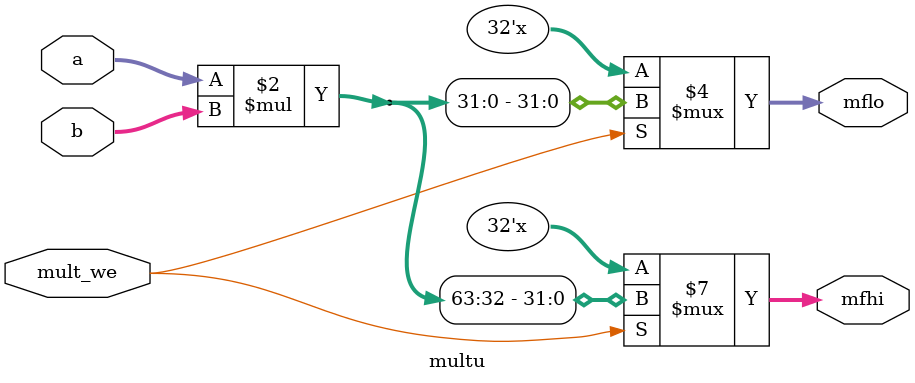
<source format=v>
module multu(
        input      [31:0] a,
        input      [31:0] b,
        input      mult_we,
        output reg [31:0] mfhi,
        output reg [31:0] mflo
    );
    
    reg [63:0] result;
    
    always @ (a, b, mult_we) begin
        if (mult_we) begin
            result = a * b;
            mfhi = result[63:32];
            mflo = result[31:0];
        end
    end
    
    
endmodule

</source>
